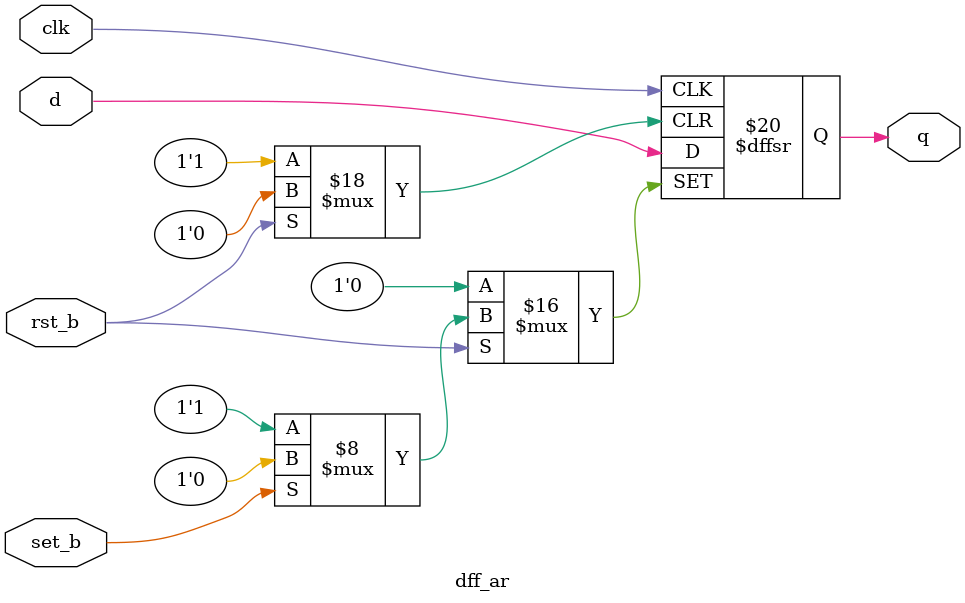
<source format=v>
module dff_ar (
input d, rst_b, set_b, clk,
output reg q
);
always @(posedge clk, negedge rst_b, negedge set_b) begin
if (set_b==0)
q <= 1'b1;
else
if (rst_b==0) q <= 1'b0;
else q <= d;
end
endmodule
</source>
